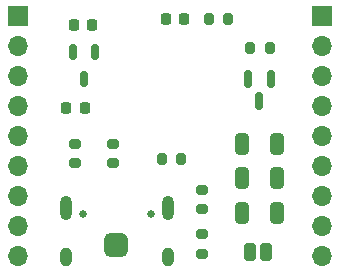
<source format=gts>
G04 #@! TF.GenerationSoftware,KiCad,Pcbnew,7.0.7*
G04 #@! TF.CreationDate,2024-04-02T13:03:35-04:00*
G04 #@! TF.ProjectId,sensor_node,73656e73-6f72-45f6-9e6f-64652e6b6963,rev?*
G04 #@! TF.SameCoordinates,Original*
G04 #@! TF.FileFunction,Soldermask,Top*
G04 #@! TF.FilePolarity,Negative*
%FSLAX46Y46*%
G04 Gerber Fmt 4.6, Leading zero omitted, Abs format (unit mm)*
G04 Created by KiCad (PCBNEW 7.0.7) date 2024-04-02 13:03:35*
%MOMM*%
%LPD*%
G01*
G04 APERTURE LIST*
G04 Aperture macros list*
%AMRoundRect*
0 Rectangle with rounded corners*
0 $1 Rounding radius*
0 $2 $3 $4 $5 $6 $7 $8 $9 X,Y pos of 4 corners*
0 Add a 4 corners polygon primitive as box body*
4,1,4,$2,$3,$4,$5,$6,$7,$8,$9,$2,$3,0*
0 Add four circle primitives for the rounded corners*
1,1,$1+$1,$2,$3*
1,1,$1+$1,$4,$5*
1,1,$1+$1,$6,$7*
1,1,$1+$1,$8,$9*
0 Add four rect primitives between the rounded corners*
20,1,$1+$1,$2,$3,$4,$5,0*
20,1,$1+$1,$4,$5,$6,$7,0*
20,1,$1+$1,$6,$7,$8,$9,0*
20,1,$1+$1,$8,$9,$2,$3,0*%
G04 Aperture macros list end*
%ADD10RoundRect,0.500000X-0.500000X-0.500000X0.500000X-0.500000X0.500000X0.500000X-0.500000X0.500000X0*%
%ADD11RoundRect,0.250000X-0.325000X-0.650000X0.325000X-0.650000X0.325000X0.650000X-0.325000X0.650000X0*%
%ADD12RoundRect,0.225000X-0.225000X-0.250000X0.225000X-0.250000X0.225000X0.250000X-0.225000X0.250000X0*%
%ADD13R,1.700000X1.700000*%
%ADD14O,1.700000X1.700000*%
%ADD15RoundRect,0.200000X0.200000X0.275000X-0.200000X0.275000X-0.200000X-0.275000X0.200000X-0.275000X0*%
%ADD16RoundRect,0.200000X0.275000X-0.200000X0.275000X0.200000X-0.275000X0.200000X-0.275000X-0.200000X0*%
%ADD17RoundRect,0.150000X-0.150000X0.512500X-0.150000X-0.512500X0.150000X-0.512500X0.150000X0.512500X0*%
%ADD18RoundRect,0.225000X0.225000X0.250000X-0.225000X0.250000X-0.225000X-0.250000X0.225000X-0.250000X0*%
%ADD19RoundRect,0.200000X-0.200000X-0.275000X0.200000X-0.275000X0.200000X0.275000X-0.200000X0.275000X0*%
%ADD20RoundRect,0.150000X-0.150000X0.587500X-0.150000X-0.587500X0.150000X-0.587500X0.150000X0.587500X0*%
%ADD21RoundRect,0.250000X-0.250000X-0.500000X0.250000X-0.500000X0.250000X0.500000X-0.250000X0.500000X0*%
%ADD22C,0.650000*%
%ADD23O,1.000000X1.600000*%
%ADD24O,1.000000X2.100000*%
G04 APERTURE END LIST*
D10*
X148800000Y-79700000D03*
D11*
X159450000Y-71150000D03*
X162400000Y-71150000D03*
D12*
X145225000Y-61100000D03*
X146775000Y-61100000D03*
D13*
X166200000Y-60390000D03*
D14*
X166200000Y-62930000D03*
X166200000Y-65470000D03*
X166200000Y-68010000D03*
X166200000Y-70550000D03*
X166200000Y-73090000D03*
X166200000Y-75630000D03*
X166200000Y-78170000D03*
X166200000Y-80710000D03*
D15*
X158299997Y-60600000D03*
X156649997Y-60600000D03*
D16*
X145300000Y-72825000D03*
X145300000Y-71175000D03*
X156100000Y-76700000D03*
X156100000Y-75050000D03*
D17*
X147050000Y-63425000D03*
X145150000Y-63425000D03*
X146100000Y-65700000D03*
D11*
X159450000Y-77050000D03*
X162400000Y-77050000D03*
D16*
X148500000Y-72825000D03*
X148500000Y-71175000D03*
D13*
X140500000Y-60350000D03*
D14*
X140500000Y-62890000D03*
X140500000Y-65430000D03*
X140500000Y-67970000D03*
X140500000Y-70510000D03*
X140500000Y-73050000D03*
X140500000Y-75590000D03*
X140500000Y-78130000D03*
X140500000Y-80670000D03*
D18*
X154550000Y-60600000D03*
X153000000Y-60600000D03*
D11*
X159450000Y-74100000D03*
X162400000Y-74100000D03*
D19*
X160159250Y-63100000D03*
X161809250Y-63100000D03*
D18*
X146125000Y-68125000D03*
X144575000Y-68125000D03*
D15*
X154300000Y-72500000D03*
X152650000Y-72500000D03*
D20*
X161884251Y-65700000D03*
X159984251Y-65700000D03*
X160934251Y-67575000D03*
D16*
X156100000Y-80500000D03*
X156100000Y-78850000D03*
D21*
X160100000Y-80300000D03*
X161500000Y-80300000D03*
D22*
X151790000Y-77100000D03*
X146010000Y-77100000D03*
D23*
X153220000Y-80750000D03*
D24*
X153220000Y-76570000D03*
D23*
X144580000Y-80750000D03*
D24*
X144580000Y-76570000D03*
M02*

</source>
